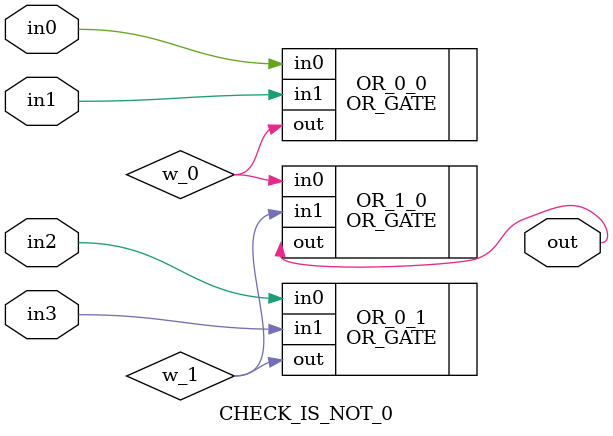
<source format=v>
module  COUNTING_SIGNALS(
     input wire     switch,
     input wire      [0:0]   in0,
     input wire      [0:0]  in1,
     input wire      [0:0] in2,
     input wire      [0:0] in3,
    output wire      [2:0] out
);
    wire o0;
    wire o1;
    wire o2;
    wire is2;
    wire is4;
    wire is0;
    wire isOdd;
    wire isNot0;

    CHECK_IS_2 CHK_IS_2(
        .in0    (in0    ),
        .in1    (in1    ),
        .in2    (in2    ),
        .in3    (in3    ),
        .out    (is2    )
    );
    CHECK_IS_4 CHK_IS_4(
        .in0    (in0    ),
        .in1    (in1    ),
        .in2    (in2    ),
        .in3    (in3    ),
        .out    (is4    )
    );
    CHECK_IS_0 CHK_IS_0(
        .in0    (in0    ),
        .in1    (in1    ),
        .in2    (in2    ),
        .in3    (in3    ),
        .out    (is0    )
    );
    CHECK_IS_ODD CHK_IS_ODD(
        .in0    (in0    ),
        .in1    (in1    ),
        .in2    (in2    ),
        .in3    (in3    ),
        .out    (isOdd    )
    );
    CHECK_IS_NOT_0 CHK_IS_NOT_0(
        .in0    (in0    ),
        .in1    (in1    ),
        .in2    (in2    ),
        .in3    (in3    ),
        .out    (isNot0    )
    );

    //is 2
    wire w_2_0;
    wire w_2_1;
    wire w_2_2;
    wire w_2_3;

    wire isNotOdd;
    wire isNot4;
    
    NOT_GATE NOT_ODD(
        .in0    (isOdd    ),
        .out    (isNotOdd    )
    );
    NOT_GATE NOT_4(
        .in0    (is4    ),
        .out    (isNot4    )
    );

    BIGGER_AND_GATE AND_1_0(
        .in0    (isNot4    ),
        .in1    (isNotOdd   ),
        .in2    (isNot0    ),
        .out    (w_2_0    )
    );
    AND_GATE AND_1_1(
        .in0    (isNot4    ),
        .in1    (is2    ),
        .out    (w_2_1    )
    );

    OR_GATE OR_1(
        .in0    (w_2_0    ),
        .in1    (w_2_1    ),
        .out    (out[1]    )
    );
    

    CRUDE_AWAKENING CRUDE_AWAKENING_0(
        .in0    (is4    ),
        .out    (out[2]    )
    );
    CRUDE_AWAKENING CRUDE_AWAKENING_1(
        .in0    (isOdd    ),
        .out    (out[0]    )
    );
   always @(posedge switch) begin 
      
         $display("out = %h", out);
    end

endmodule

module CHECK_IS_ODD(
     input wire       in0,
     input wire       in1,
     input wire       in2,
     input wire       in3,
     output wire      out
);
    XNOR_GATE XNOR_0(
        .in0    (in0    ),
        .in1    (in1    ),
        .out    (w_0    )
    );

    XNOR_GATE XNOR_1(
        .in0    (in2    ),
        .in1    (in3    ),
        .out    (w_1    )
    );

    XOR_GATE XOR(
        .in0    (w_0    ),
        .in1    (w_1    ),
        .out    (out    )
    );

endmodule

module CHECK_IS_4(
     input wire       in0,
     input wire       in1,
     input wire       in2,
     input wire       in3,
     output wire       out
);
    wire w_0;
    wire w_1;

    wire w_0_0;
    wire w_0_1;
    AND_GATE AND_0_0(
        .in0    (in0    ),
        .in1    (in1    ),
        .out    (w_0    )
    );
    AND_GATE AND_0_1(
        .in0    (in2    ),
        .in1    (in3    ),
        .out    (w_1    )
    );

    AND_GATE AND_1_0(
        .in0    (w_0    ),
        .in1    (w_1    ),
        .out    (out    )
    );

endmodule

module CHECK_IS_2(
     input wire       in0,
     input wire       in1,
     input wire       in2,
     input wire       in3,
     output wire       out
);
    wire w_0;
    wire w_1;
    wire w_2;
    wire w_3;
    wire w_4;
    wire w_5;

    wire w_0_0;
    wire w_0_1;
    AND_GATE AND_0(
        .in0    (in0    ),
        .in1    (in1    ),
        .out    (w_0    )
    );
    AND_GATE AND_1(
        .in0    (in0    ),
        .in1    (in2    ),
        .out    (w_1    )
    );  
    AND_GATE AND_2(
        .in0    (in0    ),
        .in1    (in3    ),
        .out    (w_2    )
    );  
    AND_GATE AND_3(
        .in0    (in1    ),
        .in1    (in2    ),
        .out    (w_3    )
    );
    AND_GATE AND_4(
        .in0    (in1    ),
        .in1    (in3    ),
        .out    (w_4    )
    );  
    AND_GATE AND_5(
        .in0    (in2    ),
        .in1    (in3    ),
        .out    (w_5    )
    );

    BIGGER_OR_GATE BIGOR_0(
        .in0    (w_0    ),
        .in1    (w_1    ),
        .in2    (w_2    ),
        .out    (w_0_0    )
    );

    BIGGER_OR_GATE BIGOR_1(
        .in0    (w_3    ),
        .in1    (w_4    ),
        .in2    (w_5    ),
        .out    (w_0_1    )
    );

    OR_GATE OR_1(
        .in0    (w_0_0    ),
        .in1    (w_0_1    ),
        .out    (out    )
    );

endmodule

module CHECK_IS_0(
     input wire       in0,
     input wire       in1,
     input wire       in2,
     input wire       in3,
     output wire       out
);
    wire w_0;
    wire w_1;

    wire w_0_0;
    wire w_0_1;
    OR_GATE OR_0_0(
        .in0    (in0    ),
        .in1    (in1    ),
        .out    (w_0    )
    );
    OR_GATE OR_0_1(
        .in0    (in2    ),
        .in1    (in3    ),
        .out    (w_1    )
    );

    OR_GATE OR_1_0(
        .in0    (w_0    ),
        .in1    (w_1    ),
        .out    (out    )
    );

endmodule


module CHECK_IS_NOT_0(
     input wire       in0,
     input wire       in1,
     input wire       in2,
     input wire       in3,
     output wire       out
);
    wire w_0;
    wire w_1;

    wire w_0_0;
    wire w_0_1;
    OR_GATE OR_0_0(
        .in0    (in0    ),
        .in1    (in1    ),
        .out    (w_0    )
    );
    OR_GATE OR_0_1(
        .in0    (in2    ),
        .in1    (in3    ),
        .out    (w_1    )
    );

    OR_GATE OR_1_0(
        .in0    (w_0    ),
        .in1    (w_1    ),
        .out    (out    )
    );

endmodule

</source>
